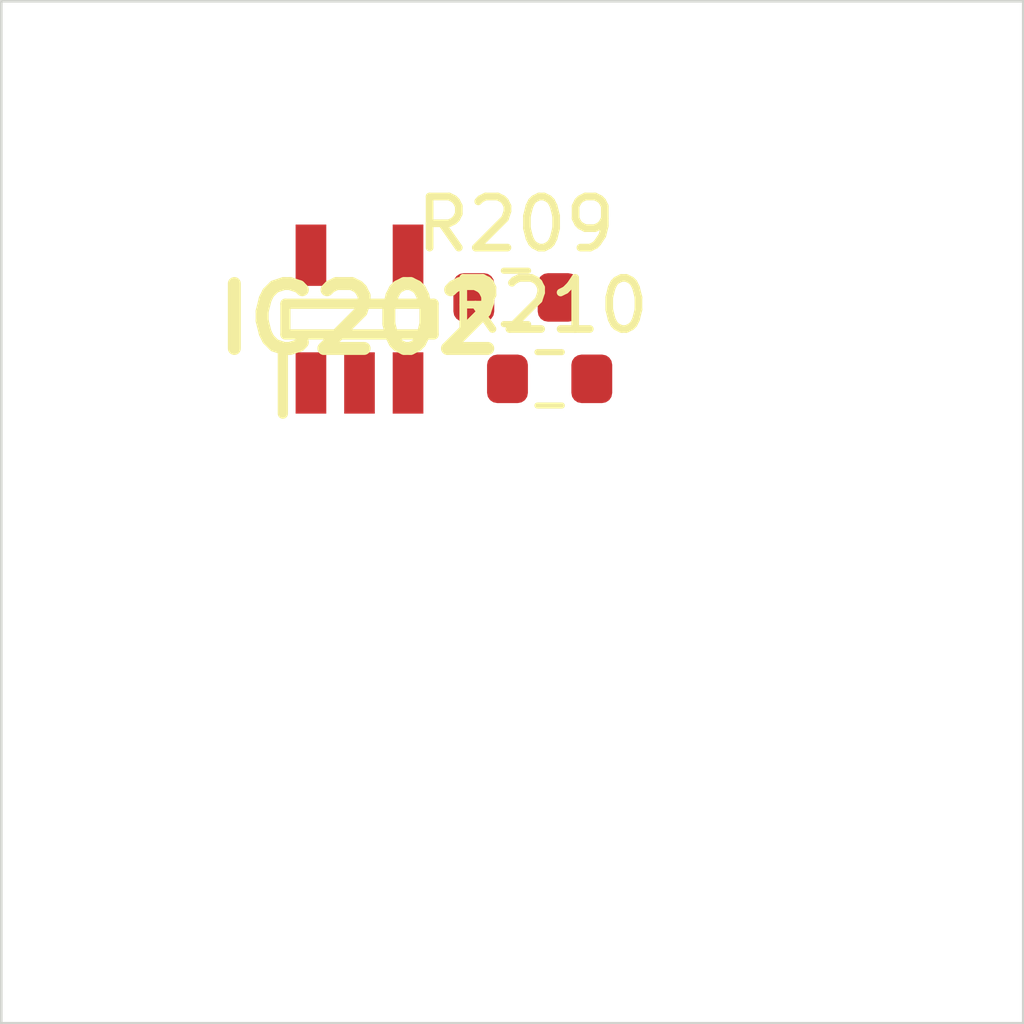
<source format=kicad_pcb>
 ( kicad_pcb  ( version 20171130 )
 ( host pcbnew 5.1.12-84ad8e8a86~92~ubuntu18.04.1 )
 ( general  ( thickness 1.6 )
 ( drawings 4 )
 ( tracks 0 )
 ( zones 0 )
 ( modules 3 )
 ( nets 5 )
)
 ( page A4 )
 ( layers  ( 0 F.Cu signal )
 ( 31 B.Cu signal )
 ( 32 B.Adhes user )
 ( 33 F.Adhes user )
 ( 34 B.Paste user )
 ( 35 F.Paste user )
 ( 36 B.SilkS user )
 ( 37 F.SilkS user )
 ( 38 B.Mask user )
 ( 39 F.Mask user )
 ( 40 Dwgs.User user )
 ( 41 Cmts.User user )
 ( 42 Eco1.User user )
 ( 43 Eco2.User user )
 ( 44 Edge.Cuts user )
 ( 45 Margin user )
 ( 46 B.CrtYd user )
 ( 47 F.CrtYd user )
 ( 48 B.Fab user )
 ( 49 F.Fab user )
)
 ( setup  ( last_trace_width 0.25 )
 ( trace_clearance 0.2 )
 ( zone_clearance 0.508 )
 ( zone_45_only no )
 ( trace_min 0.2 )
 ( via_size 0.8 )
 ( via_drill 0.4 )
 ( via_min_size 0.4 )
 ( via_min_drill 0.3 )
 ( uvia_size 0.3 )
 ( uvia_drill 0.1 )
 ( uvias_allowed no )
 ( uvia_min_size 0.2 )
 ( uvia_min_drill 0.1 )
 ( edge_width 0.05 )
 ( segment_width 0.2 )
 ( pcb_text_width 0.3 )
 ( pcb_text_size 1.5 1.5 )
 ( mod_edge_width 0.12 )
 ( mod_text_size 1 1 )
 ( mod_text_width 0.15 )
 ( pad_size 1.524 1.524 )
 ( pad_drill 0.762 )
 ( pad_to_mask_clearance 0 )
 ( aux_axis_origin 0 0 )
 ( visible_elements FFFFFF7F )
 ( pcbplotparams  ( layerselection 0x010fc_ffffffff )
 ( usegerberextensions false )
 ( usegerberattributes true )
 ( usegerberadvancedattributes true )
 ( creategerberjobfile true )
 ( excludeedgelayer true )
 ( linewidth 0.100000 )
 ( plotframeref false )
 ( viasonmask false )
 ( mode 1 )
 ( useauxorigin false )
 ( hpglpennumber 1 )
 ( hpglpenspeed 20 )
 ( hpglpendiameter 15.000000 )
 ( psnegative false )
 ( psa4output false )
 ( plotreference true )
 ( plotvalue true )
 ( plotinvisibletext false )
 ( padsonsilk false )
 ( subtractmaskfromsilk false )
 ( outputformat 1 )
 ( mirror false )
 ( drillshape 1 )
 ( scaleselection 1 )
 ( outputdirectory "" )
)
)
 ( net 0 "" )
 ( net 1 GND )
 ( net 2 VDDA )
 ( net 3 /Sheet6235D886/vp )
 ( net 4 "Net-(IC202-Pad3)" )
 ( net_class Default "This is the default net class."  ( clearance 0.2 )
 ( trace_width 0.25 )
 ( via_dia 0.8 )
 ( via_drill 0.4 )
 ( uvia_dia 0.3 )
 ( uvia_drill 0.1 )
 ( add_net /Sheet6235D886/vp )
 ( add_net GND )
 ( add_net "Net-(IC202-Pad3)" )
 ( add_net VDDA )
)
 ( module SOT95P280X145-5N locked  ( layer F.Cu )
 ( tedit 62336ED7 )
 ( tstamp 623423ED )
 ( at 87.010600 106.220000 90.000000 )
 ( descr DBV0005A )
 ( tags "Integrated Circuit" )
 ( path /6235D887/6266C08E )
 ( attr smd )
 ( fp_text reference IC202  ( at 0 0 )
 ( layer F.SilkS )
 ( effects  ( font  ( size 1.27 1.27 )
 ( thickness 0.254 )
)
)
)
 ( fp_text value TL071HIDBVR  ( at 0 0 )
 ( layer F.SilkS )
hide  ( effects  ( font  ( size 1.27 1.27 )
 ( thickness 0.254 )
)
)
)
 ( fp_line  ( start -1.85 -1.5 )
 ( end -0.65 -1.5 )
 ( layer F.SilkS )
 ( width 0.2 )
)
 ( fp_line  ( start -0.3 1.45 )
 ( end -0.3 -1.45 )
 ( layer F.SilkS )
 ( width 0.2 )
)
 ( fp_line  ( start 0.3 1.45 )
 ( end -0.3 1.45 )
 ( layer F.SilkS )
 ( width 0.2 )
)
 ( fp_line  ( start 0.3 -1.45 )
 ( end 0.3 1.45 )
 ( layer F.SilkS )
 ( width 0.2 )
)
 ( fp_line  ( start -0.3 -1.45 )
 ( end 0.3 -1.45 )
 ( layer F.SilkS )
 ( width 0.2 )
)
 ( fp_line  ( start -0.8 -0.5 )
 ( end 0.15 -1.45 )
 ( layer Dwgs.User )
 ( width 0.1 )
)
 ( fp_line  ( start -0.8 1.45 )
 ( end -0.8 -1.45 )
 ( layer Dwgs.User )
 ( width 0.1 )
)
 ( fp_line  ( start 0.8 1.45 )
 ( end -0.8 1.45 )
 ( layer Dwgs.User )
 ( width 0.1 )
)
 ( fp_line  ( start 0.8 -1.45 )
 ( end 0.8 1.45 )
 ( layer Dwgs.User )
 ( width 0.1 )
)
 ( fp_line  ( start -0.8 -1.45 )
 ( end 0.8 -1.45 )
 ( layer Dwgs.User )
 ( width 0.1 )
)
 ( fp_line  ( start -2.1 1.775 )
 ( end -2.1 -1.775 )
 ( layer Dwgs.User )
 ( width 0.05 )
)
 ( fp_line  ( start 2.1 1.775 )
 ( end -2.1 1.775 )
 ( layer Dwgs.User )
 ( width 0.05 )
)
 ( fp_line  ( start 2.1 -1.775 )
 ( end 2.1 1.775 )
 ( layer Dwgs.User )
 ( width 0.05 )
)
 ( fp_line  ( start -2.1 -1.775 )
 ( end 2.1 -1.775 )
 ( layer Dwgs.User )
 ( width 0.05 )
)
 ( pad 1 smd rect  ( at -1.25 -0.95 180.000000 )
 ( size 0.6 1.2 )
 ( layers F.Cu F.Mask F.Paste )
 ( net 3 /Sheet6235D886/vp )
)
 ( pad 2 smd rect  ( at -1.25 0 180.000000 )
 ( size 0.6 1.2 )
 ( layers F.Cu F.Mask F.Paste )
 ( net 1 GND )
)
 ( pad 3 smd rect  ( at -1.25 0.95 180.000000 )
 ( size 0.6 1.2 )
 ( layers F.Cu F.Mask F.Paste )
 ( net 4 "Net-(IC202-Pad3)" )
)
 ( pad 4 smd rect  ( at 1.25 0.95 180.000000 )
 ( size 0.6 1.2 )
 ( layers F.Cu F.Mask F.Paste )
 ( net 3 /Sheet6235D886/vp )
)
 ( pad 5 smd rect  ( at 1.25 -0.95 180.000000 )
 ( size 0.6 1.2 )
 ( layers F.Cu F.Mask F.Paste )
 ( net 2 VDDA )
)
)
 ( module Resistor_SMD:R_0603_1608Metric  ( layer F.Cu )
 ( tedit 5F68FEEE )
 ( tstamp 62342595 )
 ( at 90.073200 105.796000 )
 ( descr "Resistor SMD 0603 (1608 Metric), square (rectangular) end terminal, IPC_7351 nominal, (Body size source: IPC-SM-782 page 72, https://www.pcb-3d.com/wordpress/wp-content/uploads/ipc-sm-782a_amendment_1_and_2.pdf), generated with kicad-footprint-generator" )
 ( tags resistor )
 ( path /6235D887/623CDBD9 )
 ( attr smd )
 ( fp_text reference R209  ( at 0 -1.43 )
 ( layer F.SilkS )
 ( effects  ( font  ( size 1 1 )
 ( thickness 0.15 )
)
)
)
 ( fp_text value 100k  ( at 0 1.43 )
 ( layer F.Fab )
 ( effects  ( font  ( size 1 1 )
 ( thickness 0.15 )
)
)
)
 ( fp_line  ( start -0.8 0.4125 )
 ( end -0.8 -0.4125 )
 ( layer F.Fab )
 ( width 0.1 )
)
 ( fp_line  ( start -0.8 -0.4125 )
 ( end 0.8 -0.4125 )
 ( layer F.Fab )
 ( width 0.1 )
)
 ( fp_line  ( start 0.8 -0.4125 )
 ( end 0.8 0.4125 )
 ( layer F.Fab )
 ( width 0.1 )
)
 ( fp_line  ( start 0.8 0.4125 )
 ( end -0.8 0.4125 )
 ( layer F.Fab )
 ( width 0.1 )
)
 ( fp_line  ( start -0.237258 -0.5225 )
 ( end 0.237258 -0.5225 )
 ( layer F.SilkS )
 ( width 0.12 )
)
 ( fp_line  ( start -0.237258 0.5225 )
 ( end 0.237258 0.5225 )
 ( layer F.SilkS )
 ( width 0.12 )
)
 ( fp_line  ( start -1.48 0.73 )
 ( end -1.48 -0.73 )
 ( layer F.CrtYd )
 ( width 0.05 )
)
 ( fp_line  ( start -1.48 -0.73 )
 ( end 1.48 -0.73 )
 ( layer F.CrtYd )
 ( width 0.05 )
)
 ( fp_line  ( start 1.48 -0.73 )
 ( end 1.48 0.73 )
 ( layer F.CrtYd )
 ( width 0.05 )
)
 ( fp_line  ( start 1.48 0.73 )
 ( end -1.48 0.73 )
 ( layer F.CrtYd )
 ( width 0.05 )
)
 ( fp_text user %R  ( at 0 0 )
 ( layer F.Fab )
 ( effects  ( font  ( size 0.4 0.4 )
 ( thickness 0.06 )
)
)
)
 ( pad 1 smd roundrect  ( at -0.825 0 )
 ( size 0.8 0.95 )
 ( layers F.Cu F.Mask F.Paste )
 ( roundrect_rratio 0.25 )
 ( net 2 VDDA )
)
 ( pad 2 smd roundrect  ( at 0.825 0 )
 ( size 0.8 0.95 )
 ( layers F.Cu F.Mask F.Paste )
 ( roundrect_rratio 0.25 )
 ( net 4 "Net-(IC202-Pad3)" )
)
 ( model ${KISYS3DMOD}/Resistor_SMD.3dshapes/R_0603_1608Metric.wrl  ( at  ( xyz 0 0 0 )
)
 ( scale  ( xyz 1 1 1 )
)
 ( rotate  ( xyz 0 0 0 )
)
)
)
 ( module Resistor_SMD:R_0603_1608Metric  ( layer F.Cu )
 ( tedit 5F68FEEE )
 ( tstamp 623425A6 )
 ( at 90.731900 107.389000 )
 ( descr "Resistor SMD 0603 (1608 Metric), square (rectangular) end terminal, IPC_7351 nominal, (Body size source: IPC-SM-782 page 72, https://www.pcb-3d.com/wordpress/wp-content/uploads/ipc-sm-782a_amendment_1_and_2.pdf), generated with kicad-footprint-generator" )
 ( tags resistor )
 ( path /6235D887/623CDBDF )
 ( attr smd )
 ( fp_text reference R210  ( at 0 -1.43 )
 ( layer F.SilkS )
 ( effects  ( font  ( size 1 1 )
 ( thickness 0.15 )
)
)
)
 ( fp_text value 100k  ( at 0 1.43 )
 ( layer F.Fab )
 ( effects  ( font  ( size 1 1 )
 ( thickness 0.15 )
)
)
)
 ( fp_line  ( start 1.48 0.73 )
 ( end -1.48 0.73 )
 ( layer F.CrtYd )
 ( width 0.05 )
)
 ( fp_line  ( start 1.48 -0.73 )
 ( end 1.48 0.73 )
 ( layer F.CrtYd )
 ( width 0.05 )
)
 ( fp_line  ( start -1.48 -0.73 )
 ( end 1.48 -0.73 )
 ( layer F.CrtYd )
 ( width 0.05 )
)
 ( fp_line  ( start -1.48 0.73 )
 ( end -1.48 -0.73 )
 ( layer F.CrtYd )
 ( width 0.05 )
)
 ( fp_line  ( start -0.237258 0.5225 )
 ( end 0.237258 0.5225 )
 ( layer F.SilkS )
 ( width 0.12 )
)
 ( fp_line  ( start -0.237258 -0.5225 )
 ( end 0.237258 -0.5225 )
 ( layer F.SilkS )
 ( width 0.12 )
)
 ( fp_line  ( start 0.8 0.4125 )
 ( end -0.8 0.4125 )
 ( layer F.Fab )
 ( width 0.1 )
)
 ( fp_line  ( start 0.8 -0.4125 )
 ( end 0.8 0.4125 )
 ( layer F.Fab )
 ( width 0.1 )
)
 ( fp_line  ( start -0.8 -0.4125 )
 ( end 0.8 -0.4125 )
 ( layer F.Fab )
 ( width 0.1 )
)
 ( fp_line  ( start -0.8 0.4125 )
 ( end -0.8 -0.4125 )
 ( layer F.Fab )
 ( width 0.1 )
)
 ( fp_text user %R  ( at 0 0 )
 ( layer F.Fab )
 ( effects  ( font  ( size 0.4 0.4 )
 ( thickness 0.06 )
)
)
)
 ( pad 2 smd roundrect  ( at 0.825 0 )
 ( size 0.8 0.95 )
 ( layers F.Cu F.Mask F.Paste )
 ( roundrect_rratio 0.25 )
 ( net 1 GND )
)
 ( pad 1 smd roundrect  ( at -0.825 0 )
 ( size 0.8 0.95 )
 ( layers F.Cu F.Mask F.Paste )
 ( roundrect_rratio 0.25 )
 ( net 4 "Net-(IC202-Pad3)" )
)
 ( model ${KISYS3DMOD}/Resistor_SMD.3dshapes/R_0603_1608Metric.wrl  ( at  ( xyz 0 0 0 )
)
 ( scale  ( xyz 1 1 1 )
)
 ( rotate  ( xyz 0 0 0 )
)
)
)
 ( gr_line  ( start 100 100 )
 ( end 100 120 )
 ( layer Edge.Cuts )
 ( width 0.05 )
 ( tstamp 62E770C4 )
)
 ( gr_line  ( start 80 120 )
 ( end 100 120 )
 ( layer Edge.Cuts )
 ( width 0.05 )
 ( tstamp 62E770C0 )
)
 ( gr_line  ( start 80 100 )
 ( end 100 100 )
 ( layer Edge.Cuts )
 ( width 0.05 )
 ( tstamp 6234110C )
)
 ( gr_line  ( start 80 100 )
 ( end 80 120 )
 ( layer Edge.Cuts )
 ( width 0.05 )
)
)

</source>
